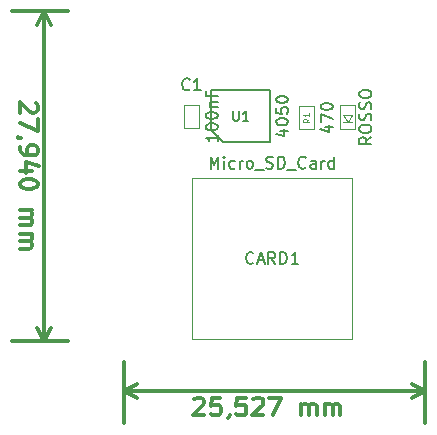
<source format=gbr>
G04 #@! TF.FileFunction,Other,Fab,Top*
%FSLAX46Y46*%
G04 Gerber Fmt 4.6, Leading zero omitted, Abs format (unit mm)*
G04 Created by KiCad (PCBNEW 4.0.6) date 04/08/19 09:34:54*
%MOMM*%
%LPD*%
G01*
G04 APERTURE LIST*
%ADD10C,0.100000*%
%ADD11C,0.300000*%
%ADD12C,0.150000*%
%ADD13C,0.075000*%
G04 APERTURE END LIST*
D10*
D11*
X131433971Y-70493715D02*
X131505400Y-70565144D01*
X131576829Y-70708001D01*
X131576829Y-71065144D01*
X131505400Y-71208001D01*
X131433971Y-71279430D01*
X131291114Y-71350858D01*
X131148257Y-71350858D01*
X130933971Y-71279430D01*
X130076829Y-70422287D01*
X130076829Y-71350858D01*
X131576829Y-71850858D02*
X131576829Y-72850858D01*
X130076829Y-72208001D01*
X130148257Y-73493714D02*
X130076829Y-73493714D01*
X129933971Y-73422286D01*
X129862543Y-73350857D01*
X130076829Y-74208000D02*
X130076829Y-74493715D01*
X130148257Y-74636572D01*
X130219686Y-74708000D01*
X130433971Y-74850858D01*
X130719686Y-74922286D01*
X131291114Y-74922286D01*
X131433971Y-74850858D01*
X131505400Y-74779429D01*
X131576829Y-74636572D01*
X131576829Y-74350858D01*
X131505400Y-74208000D01*
X131433971Y-74136572D01*
X131291114Y-74065143D01*
X130933971Y-74065143D01*
X130791114Y-74136572D01*
X130719686Y-74208000D01*
X130648257Y-74350858D01*
X130648257Y-74636572D01*
X130719686Y-74779429D01*
X130791114Y-74850858D01*
X130933971Y-74922286D01*
X131076829Y-76208000D02*
X130076829Y-76208000D01*
X131648257Y-75850857D02*
X130576829Y-75493714D01*
X130576829Y-76422286D01*
X131576829Y-77279428D02*
X131576829Y-77422285D01*
X131505400Y-77565142D01*
X131433971Y-77636571D01*
X131291114Y-77708000D01*
X131005400Y-77779428D01*
X130648257Y-77779428D01*
X130362543Y-77708000D01*
X130219686Y-77636571D01*
X130148257Y-77565142D01*
X130076829Y-77422285D01*
X130076829Y-77279428D01*
X130148257Y-77136571D01*
X130219686Y-77065142D01*
X130362543Y-76993714D01*
X130648257Y-76922285D01*
X131005400Y-76922285D01*
X131291114Y-76993714D01*
X131433971Y-77065142D01*
X131505400Y-77136571D01*
X131576829Y-77279428D01*
X130076829Y-79565142D02*
X131076829Y-79565142D01*
X130933971Y-79565142D02*
X131005400Y-79636570D01*
X131076829Y-79779428D01*
X131076829Y-79993713D01*
X131005400Y-80136570D01*
X130862543Y-80207999D01*
X130076829Y-80207999D01*
X130862543Y-80207999D02*
X131005400Y-80279428D01*
X131076829Y-80422285D01*
X131076829Y-80636570D01*
X131005400Y-80779428D01*
X130862543Y-80850856D01*
X130076829Y-80850856D01*
X130076829Y-81565142D02*
X131076829Y-81565142D01*
X130933971Y-81565142D02*
X131005400Y-81636570D01*
X131076829Y-81779428D01*
X131076829Y-81993713D01*
X131005400Y-82136570D01*
X130862543Y-82207999D01*
X130076829Y-82207999D01*
X130862543Y-82207999D02*
X131005400Y-82279428D01*
X131076829Y-82422285D01*
X131076829Y-82636570D01*
X131005400Y-82779428D01*
X130862543Y-82850856D01*
X130076829Y-82850856D01*
X132105400Y-62738000D02*
X132105400Y-90678000D01*
X134137400Y-62738000D02*
X129405400Y-62738000D01*
X134137400Y-90678000D02*
X129405400Y-90678000D01*
X132105400Y-90678000D02*
X131518979Y-89551496D01*
X132105400Y-90678000D02*
X132691821Y-89551496D01*
X132105400Y-62738000D02*
X131518979Y-63864504D01*
X132105400Y-62738000D02*
X132691821Y-63864504D01*
X144814115Y-95587429D02*
X144885544Y-95516000D01*
X145028401Y-95444571D01*
X145385544Y-95444571D01*
X145528401Y-95516000D01*
X145599830Y-95587429D01*
X145671258Y-95730286D01*
X145671258Y-95873143D01*
X145599830Y-96087429D01*
X144742687Y-96944571D01*
X145671258Y-96944571D01*
X147028401Y-95444571D02*
X146314115Y-95444571D01*
X146242686Y-96158857D01*
X146314115Y-96087429D01*
X146456972Y-96016000D01*
X146814115Y-96016000D01*
X146956972Y-96087429D01*
X147028401Y-96158857D01*
X147099829Y-96301714D01*
X147099829Y-96658857D01*
X147028401Y-96801714D01*
X146956972Y-96873143D01*
X146814115Y-96944571D01*
X146456972Y-96944571D01*
X146314115Y-96873143D01*
X146242686Y-96801714D01*
X147814114Y-96873143D02*
X147814114Y-96944571D01*
X147742686Y-97087429D01*
X147671257Y-97158857D01*
X149171258Y-95444571D02*
X148456972Y-95444571D01*
X148385543Y-96158857D01*
X148456972Y-96087429D01*
X148599829Y-96016000D01*
X148956972Y-96016000D01*
X149099829Y-96087429D01*
X149171258Y-96158857D01*
X149242686Y-96301714D01*
X149242686Y-96658857D01*
X149171258Y-96801714D01*
X149099829Y-96873143D01*
X148956972Y-96944571D01*
X148599829Y-96944571D01*
X148456972Y-96873143D01*
X148385543Y-96801714D01*
X149814114Y-95587429D02*
X149885543Y-95516000D01*
X150028400Y-95444571D01*
X150385543Y-95444571D01*
X150528400Y-95516000D01*
X150599829Y-95587429D01*
X150671257Y-95730286D01*
X150671257Y-95873143D01*
X150599829Y-96087429D01*
X149742686Y-96944571D01*
X150671257Y-96944571D01*
X151171257Y-95444571D02*
X152171257Y-95444571D01*
X151528400Y-96944571D01*
X153885542Y-96944571D02*
X153885542Y-95944571D01*
X153885542Y-96087429D02*
X153956970Y-96016000D01*
X154099828Y-95944571D01*
X154314113Y-95944571D01*
X154456970Y-96016000D01*
X154528399Y-96158857D01*
X154528399Y-96944571D01*
X154528399Y-96158857D02*
X154599828Y-96016000D01*
X154742685Y-95944571D01*
X154956970Y-95944571D01*
X155099828Y-96016000D01*
X155171256Y-96158857D01*
X155171256Y-96944571D01*
X155885542Y-96944571D02*
X155885542Y-95944571D01*
X155885542Y-96087429D02*
X155956970Y-96016000D01*
X156099828Y-95944571D01*
X156314113Y-95944571D01*
X156456970Y-96016000D01*
X156528399Y-96158857D01*
X156528399Y-96944571D01*
X156528399Y-96158857D02*
X156599828Y-96016000D01*
X156742685Y-95944571D01*
X156956970Y-95944571D01*
X157099828Y-96016000D01*
X157171256Y-96158857D01*
X157171256Y-96944571D01*
X164363400Y-94868999D02*
X138836400Y-94868999D01*
X164363400Y-92456000D02*
X164363400Y-97568999D01*
X138836400Y-92456000D02*
X138836400Y-97568999D01*
X138836400Y-94868999D02*
X139962904Y-94282578D01*
X138836400Y-94868999D02*
X139962904Y-95455420D01*
X164363400Y-94868999D02*
X163236896Y-94282578D01*
X164363400Y-94868999D02*
X163236896Y-95455420D01*
D10*
X145221000Y-72625000D02*
X143981000Y-72625000D01*
X145221000Y-70625000D02*
X145221000Y-72625000D01*
X143981000Y-70625000D02*
X145221000Y-70625000D01*
X143981000Y-72625000D02*
X143981000Y-70625000D01*
X158211000Y-76805000D02*
X144611000Y-76805000D01*
X158211000Y-90505000D02*
X158211000Y-76805000D01*
X144611000Y-90505000D02*
X158211000Y-90505000D01*
X144611000Y-76805000D02*
X144611000Y-90505000D01*
X157401000Y-72095000D02*
X158201000Y-72095000D01*
X157801000Y-72095000D02*
X157401000Y-71495000D01*
X158201000Y-71495000D02*
X157801000Y-72095000D01*
X157401000Y-71495000D02*
X158201000Y-71495000D01*
X158401000Y-70695000D02*
X158401000Y-72695000D01*
X157201000Y-70695000D02*
X158401000Y-70695000D01*
X157201000Y-72695000D02*
X157201000Y-70695000D01*
X158401000Y-72695000D02*
X157201000Y-72695000D01*
X154961000Y-72725000D02*
X153721000Y-72725000D01*
X154961000Y-70725000D02*
X154961000Y-72725000D01*
X153721000Y-70725000D02*
X154961000Y-70725000D01*
X153721000Y-72725000D02*
X153721000Y-70725000D01*
D12*
X146251000Y-72805000D02*
X146251000Y-69405000D01*
X146251000Y-69405000D02*
X151251000Y-69405000D01*
X151251000Y-69405000D02*
X151251000Y-73805000D01*
X151251000Y-73805000D02*
X147251000Y-73805000D01*
X147251000Y-73805000D02*
X146251000Y-72805000D01*
X146803381Y-73172619D02*
X146803381Y-73744048D01*
X146803381Y-73458334D02*
X145803381Y-73458334D01*
X145946238Y-73553572D01*
X146041476Y-73648810D01*
X146089095Y-73744048D01*
X145803381Y-72553572D02*
X145803381Y-72458333D01*
X145851000Y-72363095D01*
X145898619Y-72315476D01*
X145993857Y-72267857D01*
X146184333Y-72220238D01*
X146422429Y-72220238D01*
X146612905Y-72267857D01*
X146708143Y-72315476D01*
X146755762Y-72363095D01*
X146803381Y-72458333D01*
X146803381Y-72553572D01*
X146755762Y-72648810D01*
X146708143Y-72696429D01*
X146612905Y-72744048D01*
X146422429Y-72791667D01*
X146184333Y-72791667D01*
X145993857Y-72744048D01*
X145898619Y-72696429D01*
X145851000Y-72648810D01*
X145803381Y-72553572D01*
X145803381Y-71601191D02*
X145803381Y-71505952D01*
X145851000Y-71410714D01*
X145898619Y-71363095D01*
X145993857Y-71315476D01*
X146184333Y-71267857D01*
X146422429Y-71267857D01*
X146612905Y-71315476D01*
X146708143Y-71363095D01*
X146755762Y-71410714D01*
X146803381Y-71505952D01*
X146803381Y-71601191D01*
X146755762Y-71696429D01*
X146708143Y-71744048D01*
X146612905Y-71791667D01*
X146422429Y-71839286D01*
X146184333Y-71839286D01*
X145993857Y-71791667D01*
X145898619Y-71744048D01*
X145851000Y-71696429D01*
X145803381Y-71601191D01*
X146136714Y-70839286D02*
X146803381Y-70839286D01*
X146231952Y-70839286D02*
X146184333Y-70791667D01*
X146136714Y-70696429D01*
X146136714Y-70553571D01*
X146184333Y-70458333D01*
X146279571Y-70410714D01*
X146803381Y-70410714D01*
X146279571Y-69601190D02*
X146279571Y-69934524D01*
X146803381Y-69934524D02*
X145803381Y-69934524D01*
X145803381Y-69458333D01*
X144424334Y-69312143D02*
X144376715Y-69359762D01*
X144233858Y-69407381D01*
X144138620Y-69407381D01*
X143995762Y-69359762D01*
X143900524Y-69264524D01*
X143852905Y-69169286D01*
X143805286Y-68978810D01*
X143805286Y-68835952D01*
X143852905Y-68645476D01*
X143900524Y-68550238D01*
X143995762Y-68455000D01*
X144138620Y-68407381D01*
X144233858Y-68407381D01*
X144376715Y-68455000D01*
X144424334Y-68502619D01*
X145376715Y-69407381D02*
X144805286Y-69407381D01*
X145091000Y-69407381D02*
X145091000Y-68407381D01*
X144995762Y-68550238D01*
X144900524Y-68645476D01*
X144805286Y-68693095D01*
X146196714Y-76037381D02*
X146196714Y-75037381D01*
X146530048Y-75751667D01*
X146863381Y-75037381D01*
X146863381Y-76037381D01*
X147339571Y-76037381D02*
X147339571Y-75370714D01*
X147339571Y-75037381D02*
X147291952Y-75085000D01*
X147339571Y-75132619D01*
X147387190Y-75085000D01*
X147339571Y-75037381D01*
X147339571Y-75132619D01*
X148244333Y-75989762D02*
X148149095Y-76037381D01*
X147958618Y-76037381D01*
X147863380Y-75989762D01*
X147815761Y-75942143D01*
X147768142Y-75846905D01*
X147768142Y-75561190D01*
X147815761Y-75465952D01*
X147863380Y-75418333D01*
X147958618Y-75370714D01*
X148149095Y-75370714D01*
X148244333Y-75418333D01*
X148672904Y-76037381D02*
X148672904Y-75370714D01*
X148672904Y-75561190D02*
X148720523Y-75465952D01*
X148768142Y-75418333D01*
X148863380Y-75370714D01*
X148958619Y-75370714D01*
X149434809Y-76037381D02*
X149339571Y-75989762D01*
X149291952Y-75942143D01*
X149244333Y-75846905D01*
X149244333Y-75561190D01*
X149291952Y-75465952D01*
X149339571Y-75418333D01*
X149434809Y-75370714D01*
X149577667Y-75370714D01*
X149672905Y-75418333D01*
X149720524Y-75465952D01*
X149768143Y-75561190D01*
X149768143Y-75846905D01*
X149720524Y-75942143D01*
X149672905Y-75989762D01*
X149577667Y-76037381D01*
X149434809Y-76037381D01*
X149958619Y-76132619D02*
X150720524Y-76132619D01*
X150911000Y-75989762D02*
X151053857Y-76037381D01*
X151291953Y-76037381D01*
X151387191Y-75989762D01*
X151434810Y-75942143D01*
X151482429Y-75846905D01*
X151482429Y-75751667D01*
X151434810Y-75656429D01*
X151387191Y-75608810D01*
X151291953Y-75561190D01*
X151101476Y-75513571D01*
X151006238Y-75465952D01*
X150958619Y-75418333D01*
X150911000Y-75323095D01*
X150911000Y-75227857D01*
X150958619Y-75132619D01*
X151006238Y-75085000D01*
X151101476Y-75037381D01*
X151339572Y-75037381D01*
X151482429Y-75085000D01*
X151911000Y-76037381D02*
X151911000Y-75037381D01*
X152149095Y-75037381D01*
X152291953Y-75085000D01*
X152387191Y-75180238D01*
X152434810Y-75275476D01*
X152482429Y-75465952D01*
X152482429Y-75608810D01*
X152434810Y-75799286D01*
X152387191Y-75894524D01*
X152291953Y-75989762D01*
X152149095Y-76037381D01*
X151911000Y-76037381D01*
X152672905Y-76132619D02*
X153434810Y-76132619D01*
X154244334Y-75942143D02*
X154196715Y-75989762D01*
X154053858Y-76037381D01*
X153958620Y-76037381D01*
X153815762Y-75989762D01*
X153720524Y-75894524D01*
X153672905Y-75799286D01*
X153625286Y-75608810D01*
X153625286Y-75465952D01*
X153672905Y-75275476D01*
X153720524Y-75180238D01*
X153815762Y-75085000D01*
X153958620Y-75037381D01*
X154053858Y-75037381D01*
X154196715Y-75085000D01*
X154244334Y-75132619D01*
X155101477Y-76037381D02*
X155101477Y-75513571D01*
X155053858Y-75418333D01*
X154958620Y-75370714D01*
X154768143Y-75370714D01*
X154672905Y-75418333D01*
X155101477Y-75989762D02*
X155006239Y-76037381D01*
X154768143Y-76037381D01*
X154672905Y-75989762D01*
X154625286Y-75894524D01*
X154625286Y-75799286D01*
X154672905Y-75704048D01*
X154768143Y-75656429D01*
X155006239Y-75656429D01*
X155101477Y-75608810D01*
X155577667Y-76037381D02*
X155577667Y-75370714D01*
X155577667Y-75561190D02*
X155625286Y-75465952D01*
X155672905Y-75418333D01*
X155768143Y-75370714D01*
X155863382Y-75370714D01*
X156625287Y-76037381D02*
X156625287Y-75037381D01*
X156625287Y-75989762D02*
X156530049Y-76037381D01*
X156339572Y-76037381D01*
X156244334Y-75989762D01*
X156196715Y-75942143D01*
X156149096Y-75846905D01*
X156149096Y-75561190D01*
X156196715Y-75465952D01*
X156244334Y-75418333D01*
X156339572Y-75370714D01*
X156530049Y-75370714D01*
X156625287Y-75418333D01*
X149815762Y-84012143D02*
X149768143Y-84059762D01*
X149625286Y-84107381D01*
X149530048Y-84107381D01*
X149387190Y-84059762D01*
X149291952Y-83964524D01*
X149244333Y-83869286D01*
X149196714Y-83678810D01*
X149196714Y-83535952D01*
X149244333Y-83345476D01*
X149291952Y-83250238D01*
X149387190Y-83155000D01*
X149530048Y-83107381D01*
X149625286Y-83107381D01*
X149768143Y-83155000D01*
X149815762Y-83202619D01*
X150196714Y-83821667D02*
X150672905Y-83821667D01*
X150101476Y-84107381D02*
X150434809Y-83107381D01*
X150768143Y-84107381D01*
X151672905Y-84107381D02*
X151339571Y-83631190D01*
X151101476Y-84107381D02*
X151101476Y-83107381D01*
X151482429Y-83107381D01*
X151577667Y-83155000D01*
X151625286Y-83202619D01*
X151672905Y-83297857D01*
X151672905Y-83440714D01*
X151625286Y-83535952D01*
X151577667Y-83583571D01*
X151482429Y-83631190D01*
X151101476Y-83631190D01*
X152101476Y-84107381D02*
X152101476Y-83107381D01*
X152339571Y-83107381D01*
X152482429Y-83155000D01*
X152577667Y-83250238D01*
X152625286Y-83345476D01*
X152672905Y-83535952D01*
X152672905Y-83678810D01*
X152625286Y-83869286D01*
X152577667Y-83964524D01*
X152482429Y-84059762D01*
X152339571Y-84107381D01*
X152101476Y-84107381D01*
X153625286Y-84107381D02*
X153053857Y-84107381D01*
X153339571Y-84107381D02*
X153339571Y-83107381D01*
X153244333Y-83250238D01*
X153149095Y-83345476D01*
X153053857Y-83393095D01*
X159803381Y-73385476D02*
X159327190Y-73718810D01*
X159803381Y-73956905D02*
X158803381Y-73956905D01*
X158803381Y-73575952D01*
X158851000Y-73480714D01*
X158898619Y-73433095D01*
X158993857Y-73385476D01*
X159136714Y-73385476D01*
X159231952Y-73433095D01*
X159279571Y-73480714D01*
X159327190Y-73575952D01*
X159327190Y-73956905D01*
X158803381Y-72766429D02*
X158803381Y-72575952D01*
X158851000Y-72480714D01*
X158946238Y-72385476D01*
X159136714Y-72337857D01*
X159470048Y-72337857D01*
X159660524Y-72385476D01*
X159755762Y-72480714D01*
X159803381Y-72575952D01*
X159803381Y-72766429D01*
X159755762Y-72861667D01*
X159660524Y-72956905D01*
X159470048Y-73004524D01*
X159136714Y-73004524D01*
X158946238Y-72956905D01*
X158851000Y-72861667D01*
X158803381Y-72766429D01*
X159755762Y-71956905D02*
X159803381Y-71814048D01*
X159803381Y-71575952D01*
X159755762Y-71480714D01*
X159708143Y-71433095D01*
X159612905Y-71385476D01*
X159517667Y-71385476D01*
X159422429Y-71433095D01*
X159374810Y-71480714D01*
X159327190Y-71575952D01*
X159279571Y-71766429D01*
X159231952Y-71861667D01*
X159184333Y-71909286D01*
X159089095Y-71956905D01*
X158993857Y-71956905D01*
X158898619Y-71909286D01*
X158851000Y-71861667D01*
X158803381Y-71766429D01*
X158803381Y-71528333D01*
X158851000Y-71385476D01*
X159755762Y-71004524D02*
X159803381Y-70861667D01*
X159803381Y-70623571D01*
X159755762Y-70528333D01*
X159708143Y-70480714D01*
X159612905Y-70433095D01*
X159517667Y-70433095D01*
X159422429Y-70480714D01*
X159374810Y-70528333D01*
X159327190Y-70623571D01*
X159279571Y-70814048D01*
X159231952Y-70909286D01*
X159184333Y-70956905D01*
X159089095Y-71004524D01*
X158993857Y-71004524D01*
X158898619Y-70956905D01*
X158851000Y-70909286D01*
X158803381Y-70814048D01*
X158803381Y-70575952D01*
X158851000Y-70433095D01*
X158803381Y-69814048D02*
X158803381Y-69623571D01*
X158851000Y-69528333D01*
X158946238Y-69433095D01*
X159136714Y-69385476D01*
X159470048Y-69385476D01*
X159660524Y-69433095D01*
X159755762Y-69528333D01*
X159803381Y-69623571D01*
X159803381Y-69814048D01*
X159755762Y-69909286D01*
X159660524Y-70004524D01*
X159470048Y-70052143D01*
X159136714Y-70052143D01*
X158946238Y-70004524D01*
X158851000Y-69909286D01*
X158803381Y-69814048D01*
X155876714Y-72486904D02*
X156543381Y-72486904D01*
X155495762Y-72725000D02*
X156210048Y-72963095D01*
X156210048Y-72344047D01*
X155543381Y-72058333D02*
X155543381Y-71391666D01*
X156543381Y-71820238D01*
X155543381Y-70820238D02*
X155543381Y-70724999D01*
X155591000Y-70629761D01*
X155638619Y-70582142D01*
X155733857Y-70534523D01*
X155924333Y-70486904D01*
X156162429Y-70486904D01*
X156352905Y-70534523D01*
X156448143Y-70582142D01*
X156495762Y-70629761D01*
X156543381Y-70724999D01*
X156543381Y-70820238D01*
X156495762Y-70915476D01*
X156448143Y-70963095D01*
X156352905Y-71010714D01*
X156162429Y-71058333D01*
X155924333Y-71058333D01*
X155733857Y-71010714D01*
X155638619Y-70963095D01*
X155591000Y-70915476D01*
X155543381Y-70820238D01*
D13*
X154567190Y-71808333D02*
X154329095Y-71975000D01*
X154567190Y-72094047D02*
X154067190Y-72094047D01*
X154067190Y-71903571D01*
X154091000Y-71855952D01*
X154114810Y-71832143D01*
X154162429Y-71808333D01*
X154233857Y-71808333D01*
X154281476Y-71832143D01*
X154305286Y-71855952D01*
X154329095Y-71903571D01*
X154329095Y-72094047D01*
X154567190Y-71332143D02*
X154567190Y-71617857D01*
X154567190Y-71475000D02*
X154067190Y-71475000D01*
X154138619Y-71522619D01*
X154186238Y-71570238D01*
X154210048Y-71617857D01*
D12*
X152086714Y-72843095D02*
X152753381Y-72843095D01*
X151705762Y-73081191D02*
X152420048Y-73319286D01*
X152420048Y-72700238D01*
X151753381Y-72128810D02*
X151753381Y-72033571D01*
X151801000Y-71938333D01*
X151848619Y-71890714D01*
X151943857Y-71843095D01*
X152134333Y-71795476D01*
X152372429Y-71795476D01*
X152562905Y-71843095D01*
X152658143Y-71890714D01*
X152705762Y-71938333D01*
X152753381Y-72033571D01*
X152753381Y-72128810D01*
X152705762Y-72224048D01*
X152658143Y-72271667D01*
X152562905Y-72319286D01*
X152372429Y-72366905D01*
X152134333Y-72366905D01*
X151943857Y-72319286D01*
X151848619Y-72271667D01*
X151801000Y-72224048D01*
X151753381Y-72128810D01*
X151753381Y-70890714D02*
X151753381Y-71366905D01*
X152229571Y-71414524D01*
X152181952Y-71366905D01*
X152134333Y-71271667D01*
X152134333Y-71033571D01*
X152181952Y-70938333D01*
X152229571Y-70890714D01*
X152324810Y-70843095D01*
X152562905Y-70843095D01*
X152658143Y-70890714D01*
X152705762Y-70938333D01*
X152753381Y-71033571D01*
X152753381Y-71271667D01*
X152705762Y-71366905D01*
X152658143Y-71414524D01*
X151753381Y-70224048D02*
X151753381Y-70128809D01*
X151801000Y-70033571D01*
X151848619Y-69985952D01*
X151943857Y-69938333D01*
X152134333Y-69890714D01*
X152372429Y-69890714D01*
X152562905Y-69938333D01*
X152658143Y-69985952D01*
X152705762Y-70033571D01*
X152753381Y-70128809D01*
X152753381Y-70224048D01*
X152705762Y-70319286D01*
X152658143Y-70366905D01*
X152562905Y-70414524D01*
X152372429Y-70462143D01*
X152134333Y-70462143D01*
X151943857Y-70414524D01*
X151848619Y-70366905D01*
X151801000Y-70319286D01*
X151753381Y-70224048D01*
X148141476Y-71176905D02*
X148141476Y-71824524D01*
X148179571Y-71900714D01*
X148217667Y-71938810D01*
X148293857Y-71976905D01*
X148446238Y-71976905D01*
X148522429Y-71938810D01*
X148560524Y-71900714D01*
X148598619Y-71824524D01*
X148598619Y-71176905D01*
X149398619Y-71976905D02*
X148941476Y-71976905D01*
X149170047Y-71976905D02*
X149170047Y-71176905D01*
X149093857Y-71291190D01*
X149017666Y-71367381D01*
X148941476Y-71405476D01*
M02*

</source>
